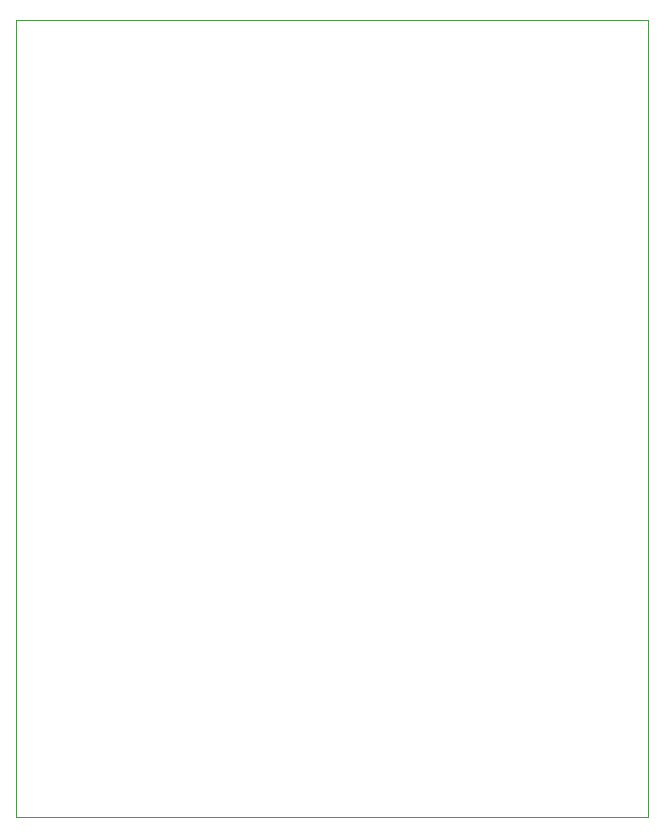
<source format=gm1>
G04 #@! TF.GenerationSoftware,KiCad,Pcbnew,(5.1.4)-1*
G04 #@! TF.CreationDate,2019-09-15T10:33:09+02:00*
G04 #@! TF.ProjectId,virtual_clues,76697274-7561-46c5-9f63-6c7565732e6b,rev?*
G04 #@! TF.SameCoordinates,Original*
G04 #@! TF.FileFunction,Profile,NP*
%FSLAX46Y46*%
G04 Gerber Fmt 4.6, Leading zero omitted, Abs format (unit mm)*
G04 Created by KiCad (PCBNEW (5.1.4)-1) date 2019-09-15 10:33:09*
%MOMM*%
%LPD*%
G04 APERTURE LIST*
%ADD10C,0.100000*%
G04 APERTURE END LIST*
D10*
X72000000Y-107000000D02*
X72000000Y-39500000D01*
X125500000Y-107000000D02*
X72000000Y-107000000D01*
X125500000Y-39500000D02*
X125500000Y-107000000D01*
X72000000Y-39500000D02*
X125500000Y-39500000D01*
M02*

</source>
